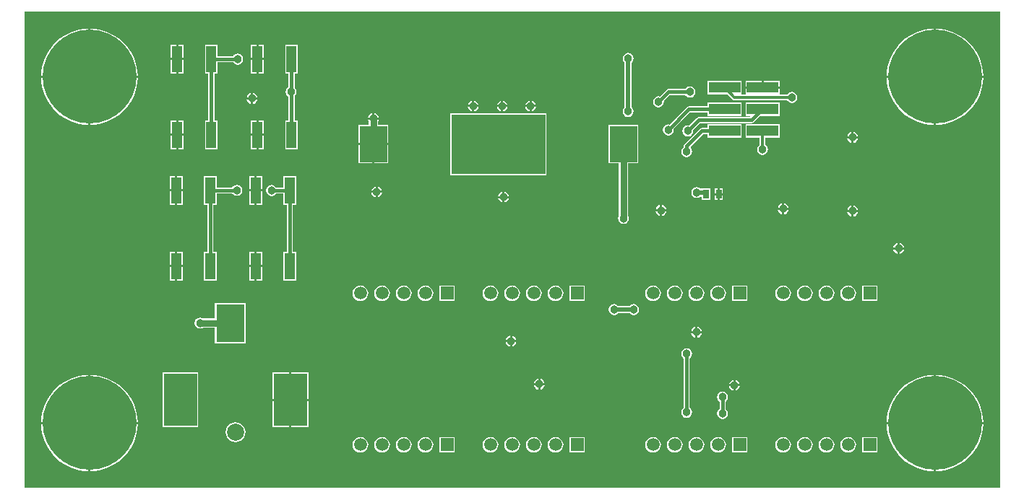
<source format=gbl>
%FSLAX25Y25*%
%MOIN*%
G70*
G01*
G75*
G04 Layer_Physical_Order=2*
G04 Layer_Color=16711680*
%ADD10R,0.03937X0.02756*%
%ADD11R,0.02756X0.03937*%
%ADD12R,0.09055X0.09055*%
%ADD13O,0.01378X0.07087*%
%ADD14R,0.01378X0.07087*%
%ADD15R,0.05000X0.07500*%
%ADD16R,0.11811X0.06299*%
%ADD17R,0.24410X0.22835*%
%ADD18R,0.02362X0.05906*%
%ADD19O,0.02165X0.06496*%
%ADD20O,0.06496X0.02165*%
%ADD21R,0.19685X0.05906*%
%ADD22C,0.03000*%
%ADD23C,0.01500*%
%ADD24C,0.02000*%
%ADD25C,0.01300*%
%ADD26C,0.07874*%
%ADD27R,0.05906X0.05906*%
%ADD28C,0.05906*%
%ADD29C,0.03800*%
%ADD30C,0.43307*%
%ADD31R,0.15354X0.24410*%
%ADD32R,0.12992X0.17323*%
%ADD33R,0.14500X0.05000*%
%ADD34R,0.43307X0.27559*%
%ADD35R,0.12598X0.16535*%
%ADD36R,0.04724X0.12205*%
G36*
X450000Y0D02*
X0D01*
Y220000D01*
X450000D01*
Y0D01*
D02*
G37*
%LPC*%
G36*
X235000Y93583D02*
X234073Y93461D01*
X233208Y93103D01*
X232466Y92534D01*
X231897Y91792D01*
X231539Y90927D01*
X231417Y90000D01*
X231539Y89073D01*
X231897Y88208D01*
X232466Y87466D01*
X233208Y86897D01*
X234073Y86539D01*
X235000Y86417D01*
X235927Y86539D01*
X236792Y86897D01*
X237534Y87466D01*
X238103Y88208D01*
X238461Y89073D01*
X238583Y90000D01*
X238461Y90927D01*
X238103Y91792D01*
X237534Y92534D01*
X236792Y93103D01*
X235927Y93461D01*
X235000Y93583D01*
D02*
G37*
G36*
X245000D02*
X244073Y93461D01*
X243208Y93103D01*
X242466Y92534D01*
X241897Y91792D01*
X241539Y90927D01*
X241417Y90000D01*
X241539Y89073D01*
X241897Y88208D01*
X242466Y87466D01*
X243208Y86897D01*
X244073Y86539D01*
X245000Y86417D01*
X245927Y86539D01*
X246792Y86897D01*
X247534Y87466D01*
X248103Y88208D01*
X248461Y89073D01*
X248583Y90000D01*
X248461Y90927D01*
X248103Y91792D01*
X247534Y92534D01*
X246792Y93103D01*
X245927Y93461D01*
X245000Y93583D01*
D02*
G37*
G36*
X225000D02*
X224073Y93461D01*
X223208Y93103D01*
X222466Y92534D01*
X221897Y91792D01*
X221539Y90927D01*
X221417Y90000D01*
X221539Y89073D01*
X221897Y88208D01*
X222466Y87466D01*
X223208Y86897D01*
X224073Y86539D01*
X225000Y86417D01*
X225927Y86539D01*
X226792Y86897D01*
X227534Y87466D01*
X228103Y88208D01*
X228461Y89073D01*
X228583Y90000D01*
X228461Y90927D01*
X228103Y91792D01*
X227534Y92534D01*
X226792Y93103D01*
X225927Y93461D01*
X225000Y93583D01*
D02*
G37*
G36*
X185000D02*
X184073Y93461D01*
X183208Y93103D01*
X182466Y92534D01*
X181897Y91792D01*
X181539Y90927D01*
X181417Y90000D01*
X181539Y89073D01*
X181897Y88208D01*
X182466Y87466D01*
X183208Y86897D01*
X184073Y86539D01*
X185000Y86417D01*
X185927Y86539D01*
X186792Y86897D01*
X187534Y87466D01*
X188103Y88208D01*
X188461Y89073D01*
X188583Y90000D01*
X188461Y90927D01*
X188103Y91792D01*
X187534Y92534D01*
X186792Y93103D01*
X185927Y93461D01*
X185000Y93583D01*
D02*
G37*
G36*
X215000D02*
X214073Y93461D01*
X213208Y93103D01*
X212466Y92534D01*
X211897Y91792D01*
X211539Y90927D01*
X211417Y90000D01*
X211539Y89073D01*
X211897Y88208D01*
X212466Y87466D01*
X213208Y86897D01*
X214073Y86539D01*
X215000Y86417D01*
X215927Y86539D01*
X216792Y86897D01*
X217534Y87466D01*
X218103Y88208D01*
X218461Y89073D01*
X218583Y90000D01*
X218461Y90927D01*
X218103Y91792D01*
X217534Y92534D01*
X216792Y93103D01*
X215927Y93461D01*
X215000Y93583D01*
D02*
G37*
G36*
X290000D02*
X289073Y93461D01*
X288208Y93103D01*
X287466Y92534D01*
X286897Y91792D01*
X286539Y90927D01*
X286417Y90000D01*
X286539Y89073D01*
X286897Y88208D01*
X287466Y87466D01*
X288208Y86897D01*
X289073Y86539D01*
X290000Y86417D01*
X290927Y86539D01*
X291792Y86897D01*
X292534Y87466D01*
X293103Y88208D01*
X293461Y89073D01*
X293583Y90000D01*
X293461Y90927D01*
X293103Y91792D01*
X292534Y92534D01*
X291792Y93103D01*
X290927Y93461D01*
X290000Y93583D01*
D02*
G37*
G36*
X350000D02*
X349073Y93461D01*
X348208Y93103D01*
X347466Y92534D01*
X346897Y91792D01*
X346539Y90927D01*
X346417Y90000D01*
X346539Y89073D01*
X346897Y88208D01*
X347466Y87466D01*
X348208Y86897D01*
X349073Y86539D01*
X350000Y86417D01*
X350927Y86539D01*
X351792Y86897D01*
X352534Y87466D01*
X353103Y88208D01*
X353461Y89073D01*
X353583Y90000D01*
X353461Y90927D01*
X353103Y91792D01*
X352534Y92534D01*
X351792Y93103D01*
X350927Y93461D01*
X350000Y93583D01*
D02*
G37*
G36*
X360000D02*
X359073Y93461D01*
X358208Y93103D01*
X357466Y92534D01*
X356897Y91792D01*
X356539Y90927D01*
X356417Y90000D01*
X356539Y89073D01*
X356897Y88208D01*
X357466Y87466D01*
X358208Y86897D01*
X359073Y86539D01*
X360000Y86417D01*
X360927Y86539D01*
X361792Y86897D01*
X362534Y87466D01*
X363103Y88208D01*
X363461Y89073D01*
X363583Y90000D01*
X363461Y90927D01*
X363103Y91792D01*
X362534Y92534D01*
X361792Y93103D01*
X360927Y93461D01*
X360000Y93583D01*
D02*
G37*
G36*
X320000D02*
X319073Y93461D01*
X318208Y93103D01*
X317466Y92534D01*
X316897Y91792D01*
X316539Y90927D01*
X316417Y90000D01*
X316539Y89073D01*
X316897Y88208D01*
X317466Y87466D01*
X318208Y86897D01*
X319073Y86539D01*
X320000Y86417D01*
X320927Y86539D01*
X321792Y86897D01*
X322534Y87466D01*
X323103Y88208D01*
X323461Y89073D01*
X323583Y90000D01*
X323461Y90927D01*
X323103Y91792D01*
X322534Y92534D01*
X321792Y93103D01*
X320927Y93461D01*
X320000Y93583D01*
D02*
G37*
G36*
X300000D02*
X299073Y93461D01*
X298208Y93103D01*
X297466Y92534D01*
X296897Y91792D01*
X296539Y90927D01*
X296417Y90000D01*
X296539Y89073D01*
X296897Y88208D01*
X297466Y87466D01*
X298208Y86897D01*
X299073Y86539D01*
X300000Y86417D01*
X300927Y86539D01*
X301792Y86897D01*
X302534Y87466D01*
X303103Y88208D01*
X303461Y89073D01*
X303583Y90000D01*
X303461Y90927D01*
X303103Y91792D01*
X302534Y92534D01*
X301792Y93103D01*
X300927Y93461D01*
X300000Y93583D01*
D02*
G37*
G36*
X310000D02*
X309073Y93461D01*
X308208Y93103D01*
X307466Y92534D01*
X306897Y91792D01*
X306539Y90927D01*
X306417Y90000D01*
X306539Y89073D01*
X306897Y88208D01*
X307466Y87466D01*
X308208Y86897D01*
X309073Y86539D01*
X310000Y86417D01*
X310927Y86539D01*
X311792Y86897D01*
X312534Y87466D01*
X313103Y88208D01*
X313461Y89073D01*
X313583Y90000D01*
X313461Y90927D01*
X313103Y91792D01*
X312534Y92534D01*
X311792Y93103D01*
X310927Y93461D01*
X310000Y93583D01*
D02*
G37*
G36*
X312450Y71500D02*
X310500D01*
Y69551D01*
X310976Y69645D01*
X311802Y70198D01*
X312355Y71025D01*
X312450Y71500D01*
D02*
G37*
G36*
X309500Y74449D02*
X309025Y74355D01*
X308198Y73802D01*
X307645Y72975D01*
X307551Y72500D01*
X309500D01*
Y74449D01*
D02*
G37*
G36*
Y71500D02*
X307551D01*
X307645Y71025D01*
X308198Y70198D01*
X309025Y69645D01*
X309500Y69551D01*
Y71500D01*
D02*
G37*
G36*
X223953Y70402D02*
X223477Y70308D01*
X222650Y69755D01*
X222098Y68928D01*
X222003Y68453D01*
X223953D01*
Y70402D01*
D02*
G37*
G36*
X224953D02*
Y68453D01*
X226902D01*
X226808Y68928D01*
X226255Y69755D01*
X225428Y70308D01*
X224953Y70402D01*
D02*
G37*
G36*
X310500Y74449D02*
Y72500D01*
X312450D01*
X312355Y72975D01*
X311802Y73802D01*
X310976Y74355D01*
X310500Y74449D01*
D02*
G37*
G36*
X165000Y93583D02*
X164073Y93461D01*
X163208Y93103D01*
X162466Y92534D01*
X161897Y91792D01*
X161539Y90927D01*
X161417Y90000D01*
X161539Y89073D01*
X161897Y88208D01*
X162466Y87466D01*
X163208Y86897D01*
X164073Y86539D01*
X165000Y86417D01*
X165927Y86539D01*
X166792Y86897D01*
X167534Y87466D01*
X168103Y88208D01*
X168461Y89073D01*
X168583Y90000D01*
X168461Y90927D01*
X168103Y91792D01*
X167534Y92534D01*
X166792Y93103D01*
X165927Y93461D01*
X165000Y93583D01*
D02*
G37*
G36*
X175000D02*
X174073Y93461D01*
X173208Y93103D01*
X172466Y92534D01*
X171897Y91792D01*
X171539Y90927D01*
X171417Y90000D01*
X171539Y89073D01*
X171897Y88208D01*
X172466Y87466D01*
X173208Y86897D01*
X174073Y86539D01*
X175000Y86417D01*
X175927Y86539D01*
X176792Y86897D01*
X177534Y87466D01*
X178103Y88208D01*
X178461Y89073D01*
X178583Y90000D01*
X178461Y90927D01*
X178103Y91792D01*
X177534Y92534D01*
X176792Y93103D01*
X175927Y93461D01*
X175000Y93583D01*
D02*
G37*
G36*
X155000D02*
X154073Y93461D01*
X153208Y93103D01*
X152466Y92534D01*
X151897Y91792D01*
X151539Y90927D01*
X151417Y90000D01*
X151539Y89073D01*
X151897Y88208D01*
X152466Y87466D01*
X153208Y86897D01*
X154073Y86539D01*
X155000Y86417D01*
X155927Y86539D01*
X156792Y86897D01*
X157534Y87466D01*
X158103Y88208D01*
X158461Y89073D01*
X158583Y90000D01*
X158461Y90927D01*
X158103Y91792D01*
X157534Y92534D01*
X156792Y93103D01*
X155927Y93461D01*
X155000Y93583D01*
D02*
G37*
G36*
X102072Y85505D02*
X87880D01*
Y78385D01*
X82295D01*
X81976Y78599D01*
X81000Y78793D01*
X80024Y78599D01*
X79198Y78047D01*
X78645Y77219D01*
X78451Y76244D01*
X78645Y75269D01*
X79198Y74442D01*
X80024Y73889D01*
X81000Y73695D01*
X81976Y73889D01*
X82295Y74103D01*
X87880D01*
Y66983D01*
X102072D01*
Y85505D01*
D02*
G37*
G36*
X281000Y85049D02*
X280025Y84855D01*
X279198Y84302D01*
X279083Y84131D01*
X273917D01*
X273802Y84302D01*
X272975Y84855D01*
X272000Y85049D01*
X271024Y84855D01*
X270198Y84302D01*
X269645Y83476D01*
X269451Y82500D01*
X269645Y81524D01*
X270198Y80698D01*
X271024Y80145D01*
X272000Y79951D01*
X272975Y80145D01*
X273802Y80698D01*
X273917Y80869D01*
X279083D01*
X279198Y80698D01*
X280025Y80145D01*
X281000Y79951D01*
X281976Y80145D01*
X282802Y80698D01*
X283355Y81524D01*
X283549Y82500D01*
X283355Y83476D01*
X282802Y84302D01*
X281976Y84855D01*
X281000Y85049D01*
D02*
G37*
G36*
X370000Y93583D02*
X369073Y93461D01*
X368208Y93103D01*
X367466Y92534D01*
X366897Y91792D01*
X366539Y90927D01*
X366417Y90000D01*
X366539Y89073D01*
X366897Y88208D01*
X367466Y87466D01*
X368208Y86897D01*
X369073Y86539D01*
X370000Y86417D01*
X370927Y86539D01*
X371792Y86897D01*
X372534Y87466D01*
X373103Y88208D01*
X373461Y89073D01*
X373583Y90000D01*
X373461Y90927D01*
X373103Y91792D01*
X372534Y92534D01*
X371792Y93103D01*
X370927Y93461D01*
X370000Y93583D01*
D02*
G37*
G36*
X405709Y110260D02*
X403760D01*
Y108310D01*
X404235Y108405D01*
X405062Y108957D01*
X405615Y109784D01*
X405709Y110260D01*
D02*
G37*
G36*
X402760Y113209D02*
X402284Y113115D01*
X401457Y112562D01*
X400905Y111735D01*
X400810Y111260D01*
X402760D01*
Y113209D01*
D02*
G37*
G36*
Y110260D02*
X400810D01*
X400905Y109784D01*
X401457Y108957D01*
X402284Y108405D01*
X402760Y108310D01*
Y110260D01*
D02*
G37*
G36*
X106186Y109238D02*
X103724D01*
Y103036D01*
X106186D01*
Y109238D01*
D02*
G37*
G36*
X109649D02*
X107186D01*
Y103036D01*
X109649D01*
Y109238D01*
D02*
G37*
G36*
X403760Y113209D02*
Y111260D01*
X405709D01*
X405615Y111735D01*
X405062Y112562D01*
X404235Y113115D01*
X403760Y113209D01*
D02*
G37*
G36*
X293185Y127815D02*
X291235D01*
X291330Y127339D01*
X291883Y126513D01*
X292710Y125960D01*
X293185Y125865D01*
Y127815D01*
D02*
G37*
G36*
X296135D02*
X294185D01*
Y125865D01*
X294660Y125960D01*
X295487Y126513D01*
X296040Y127339D01*
X296135Y127815D01*
D02*
G37*
G36*
X384450Y127500D02*
X382500D01*
Y125550D01*
X382976Y125645D01*
X383802Y126198D01*
X384355Y127024D01*
X384450Y127500D01*
D02*
G37*
G36*
X283198Y167765D02*
X269400D01*
Y150030D01*
X274158D01*
Y125941D01*
X273944Y125621D01*
X273750Y124646D01*
X273944Y123670D01*
X274497Y122843D01*
X275324Y122291D01*
X276299Y122097D01*
X277275Y122291D01*
X278102Y122843D01*
X278654Y123670D01*
X278848Y124646D01*
X278654Y125621D01*
X278440Y125941D01*
Y150030D01*
X283198D01*
Y167765D01*
D02*
G37*
G36*
X381500Y127500D02*
X379551D01*
X379645Y127024D01*
X380198Y126198D01*
X381025Y125645D01*
X381500Y125550D01*
Y127500D01*
D02*
G37*
G36*
X333553Y93553D02*
X326447D01*
Y86447D01*
X333553D01*
Y93553D01*
D02*
G37*
G36*
X393553D02*
X386447D01*
Y86447D01*
X393553D01*
Y93553D01*
D02*
G37*
G36*
X258553D02*
X251447D01*
Y86447D01*
X258553D01*
Y93553D01*
D02*
G37*
G36*
X380000Y93583D02*
X379073Y93461D01*
X378208Y93103D01*
X377466Y92534D01*
X376897Y91792D01*
X376539Y90927D01*
X376417Y90000D01*
X376539Y89073D01*
X376897Y88208D01*
X377466Y87466D01*
X378208Y86897D01*
X379073Y86539D01*
X380000Y86417D01*
X380927Y86539D01*
X381792Y86897D01*
X382534Y87466D01*
X383103Y88208D01*
X383461Y89073D01*
X383583Y90000D01*
X383461Y90927D01*
X383103Y91792D01*
X382534Y92534D01*
X381792Y93103D01*
X380927Y93461D01*
X380000Y93583D01*
D02*
G37*
G36*
X198553Y93553D02*
X191447D01*
Y86447D01*
X198553D01*
Y93553D01*
D02*
G37*
G36*
X69572Y102036D02*
X67110D01*
Y95833D01*
X69572D01*
Y102036D01*
D02*
G37*
G36*
Y109238D02*
X67110D01*
Y103036D01*
X69572D01*
Y109238D01*
D02*
G37*
G36*
X73035D02*
X70572D01*
Y103036D01*
X73035D01*
Y109238D01*
D02*
G37*
G36*
X109649Y102036D02*
X107186D01*
Y95833D01*
X109649D01*
Y102036D01*
D02*
G37*
G36*
X73035D02*
X70572D01*
Y95833D01*
X73035D01*
Y102036D01*
D02*
G37*
G36*
X106186D02*
X103724D01*
Y95833D01*
X106186D01*
Y102036D01*
D02*
G37*
G36*
X226902Y67453D02*
X224953D01*
Y65503D01*
X225428Y65598D01*
X226255Y66150D01*
X226808Y66977D01*
X226902Y67453D01*
D02*
G37*
G36*
X310000Y23583D02*
X309073Y23461D01*
X308208Y23103D01*
X307466Y22534D01*
X306897Y21792D01*
X306539Y20927D01*
X306417Y20000D01*
X306539Y19073D01*
X306897Y18208D01*
X307466Y17466D01*
X308208Y16897D01*
X309073Y16539D01*
X310000Y16417D01*
X310927Y16539D01*
X311792Y16897D01*
X312534Y17466D01*
X313103Y18208D01*
X313461Y19073D01*
X313583Y20000D01*
X313461Y20927D01*
X313103Y21792D01*
X312534Y22534D01*
X311792Y23103D01*
X310927Y23461D01*
X310000Y23583D01*
D02*
G37*
G36*
X320000D02*
X319073Y23461D01*
X318208Y23103D01*
X317466Y22534D01*
X316897Y21792D01*
X316539Y20927D01*
X316417Y20000D01*
X316539Y19073D01*
X316897Y18208D01*
X317466Y17466D01*
X318208Y16897D01*
X319073Y16539D01*
X320000Y16417D01*
X320927Y16539D01*
X321792Y16897D01*
X322534Y17466D01*
X323103Y18208D01*
X323461Y19073D01*
X323583Y20000D01*
X323461Y20927D01*
X323103Y21792D01*
X322534Y22534D01*
X321792Y23103D01*
X320927Y23461D01*
X320000Y23583D01*
D02*
G37*
G36*
X300000D02*
X299073Y23461D01*
X298208Y23103D01*
X297466Y22534D01*
X296897Y21792D01*
X296539Y20927D01*
X296417Y20000D01*
X296539Y19073D01*
X296897Y18208D01*
X297466Y17466D01*
X298208Y16897D01*
X299073Y16539D01*
X300000Y16417D01*
X300927Y16539D01*
X301792Y16897D01*
X302534Y17466D01*
X303103Y18208D01*
X303461Y19073D01*
X303583Y20000D01*
X303461Y20927D01*
X303103Y21792D01*
X302534Y22534D01*
X301792Y23103D01*
X300927Y23461D01*
X300000Y23583D01*
D02*
G37*
G36*
X245000D02*
X244073Y23461D01*
X243208Y23103D01*
X242466Y22534D01*
X241897Y21792D01*
X241539Y20927D01*
X241417Y20000D01*
X241539Y19073D01*
X241897Y18208D01*
X242466Y17466D01*
X243208Y16897D01*
X244073Y16539D01*
X245000Y16417D01*
X245927Y16539D01*
X246792Y16897D01*
X247534Y17466D01*
X248103Y18208D01*
X248461Y19073D01*
X248583Y20000D01*
X248461Y20927D01*
X248103Y21792D01*
X247534Y22534D01*
X246792Y23103D01*
X245927Y23461D01*
X245000Y23583D01*
D02*
G37*
G36*
X290000D02*
X289073Y23461D01*
X288208Y23103D01*
X287466Y22534D01*
X286897Y21792D01*
X286539Y20927D01*
X286417Y20000D01*
X286539Y19073D01*
X286897Y18208D01*
X287466Y17466D01*
X288208Y16897D01*
X289073Y16539D01*
X290000Y16417D01*
X290927Y16539D01*
X291792Y16897D01*
X292534Y17466D01*
X293103Y18208D01*
X293461Y19073D01*
X293583Y20000D01*
X293461Y20927D01*
X293103Y21792D01*
X292534Y22534D01*
X291792Y23103D01*
X290927Y23461D01*
X290000Y23583D01*
D02*
G37*
G36*
X350000D02*
X349073Y23461D01*
X348208Y23103D01*
X347466Y22534D01*
X346897Y21792D01*
X346539Y20927D01*
X346417Y20000D01*
X346539Y19073D01*
X346897Y18208D01*
X347466Y17466D01*
X348208Y16897D01*
X349073Y16539D01*
X350000Y16417D01*
X350927Y16539D01*
X351792Y16897D01*
X352534Y17466D01*
X353103Y18208D01*
X353461Y19073D01*
X353583Y20000D01*
X353461Y20927D01*
X353103Y21792D01*
X352534Y22534D01*
X351792Y23103D01*
X350927Y23461D01*
X350000Y23583D01*
D02*
G37*
G36*
X198553Y23553D02*
X191447D01*
Y16447D01*
X198553D01*
Y23553D01*
D02*
G37*
G36*
X258553D02*
X251447D01*
Y16447D01*
X258553D01*
Y23553D01*
D02*
G37*
G36*
X380000Y23583D02*
X379073Y23461D01*
X378208Y23103D01*
X377466Y22534D01*
X376897Y21792D01*
X376539Y20927D01*
X376417Y20000D01*
X376539Y19073D01*
X376897Y18208D01*
X377466Y17466D01*
X378208Y16897D01*
X379073Y16539D01*
X380000Y16417D01*
X380927Y16539D01*
X381792Y16897D01*
X382534Y17466D01*
X383103Y18208D01*
X383461Y19073D01*
X383583Y20000D01*
X383461Y20927D01*
X383103Y21792D01*
X382534Y22534D01*
X381792Y23103D01*
X380927Y23461D01*
X380000Y23583D01*
D02*
G37*
G36*
X360000D02*
X359073Y23461D01*
X358208Y23103D01*
X357466Y22534D01*
X356897Y21792D01*
X356539Y20927D01*
X356417Y20000D01*
X356539Y19073D01*
X356897Y18208D01*
X357466Y17466D01*
X358208Y16897D01*
X359073Y16539D01*
X360000Y16417D01*
X360927Y16539D01*
X361792Y16897D01*
X362534Y17466D01*
X363103Y18208D01*
X363461Y19073D01*
X363583Y20000D01*
X363461Y20927D01*
X363103Y21792D01*
X362534Y22534D01*
X361792Y23103D01*
X360927Y23461D01*
X360000Y23583D01*
D02*
G37*
G36*
X370000D02*
X369073Y23461D01*
X368208Y23103D01*
X367466Y22534D01*
X366897Y21792D01*
X366539Y20927D01*
X366417Y20000D01*
X366539Y19073D01*
X366897Y18208D01*
X367466Y17466D01*
X368208Y16897D01*
X369073Y16539D01*
X370000Y16417D01*
X370927Y16539D01*
X371792Y16897D01*
X372534Y17466D01*
X373103Y18208D01*
X373461Y19073D01*
X373583Y20000D01*
X373461Y20927D01*
X373103Y21792D01*
X372534Y22534D01*
X371792Y23103D01*
X370927Y23461D01*
X370000Y23583D01*
D02*
G37*
G36*
X442269Y29500D02*
X420500D01*
Y7732D01*
X422911Y7890D01*
X425772Y8459D01*
X428534Y9396D01*
X431151Y10687D01*
X433576Y12307D01*
X435769Y14231D01*
X437693Y16424D01*
X439314Y18849D01*
X440604Y21466D01*
X441541Y24228D01*
X442110Y27089D01*
X442269Y29500D01*
D02*
G37*
G36*
X155000Y23583D02*
X154073Y23461D01*
X153208Y23103D01*
X152466Y22534D01*
X151897Y21792D01*
X151539Y20927D01*
X151417Y20000D01*
X151539Y19073D01*
X151897Y18208D01*
X152466Y17466D01*
X153208Y16897D01*
X154073Y16539D01*
X155000Y16417D01*
X155927Y16539D01*
X156792Y16897D01*
X157534Y17466D01*
X158103Y18208D01*
X158461Y19073D01*
X158583Y20000D01*
X158461Y20927D01*
X158103Y21792D01*
X157534Y22534D01*
X156792Y23103D01*
X155927Y23461D01*
X155000Y23583D01*
D02*
G37*
G36*
X419500Y29500D02*
X397731D01*
X397889Y27089D01*
X398459Y24228D01*
X399396Y21466D01*
X400687Y18849D01*
X402307Y16424D01*
X404231Y14231D01*
X406424Y12307D01*
X408849Y10687D01*
X411466Y9396D01*
X414228Y8459D01*
X417089Y7890D01*
X419500Y7732D01*
Y29500D01*
D02*
G37*
G36*
X29500D02*
X7732D01*
X7890Y27089D01*
X8459Y24228D01*
X9396Y21466D01*
X10687Y18849D01*
X12307Y16424D01*
X14231Y14231D01*
X16424Y12307D01*
X18849Y10687D01*
X21466Y9396D01*
X24228Y8459D01*
X27089Y7890D01*
X29500Y7732D01*
Y29500D01*
D02*
G37*
G36*
X52268D02*
X30500D01*
Y7732D01*
X32911Y7890D01*
X35772Y8459D01*
X38534Y9396D01*
X41151Y10687D01*
X43576Y12307D01*
X45769Y14231D01*
X47693Y16424D01*
X49314Y18849D01*
X50604Y21466D01*
X51541Y24228D01*
X52110Y27089D01*
X52268Y29500D01*
D02*
G37*
G36*
X165000Y23583D02*
X164073Y23461D01*
X163208Y23103D01*
X162466Y22534D01*
X161897Y21792D01*
X161539Y20927D01*
X161417Y20000D01*
X161539Y19073D01*
X161897Y18208D01*
X162466Y17466D01*
X163208Y16897D01*
X164073Y16539D01*
X165000Y16417D01*
X165927Y16539D01*
X166792Y16897D01*
X167534Y17466D01*
X168103Y18208D01*
X168461Y19073D01*
X168583Y20000D01*
X168461Y20927D01*
X168103Y21792D01*
X167534Y22534D01*
X166792Y23103D01*
X165927Y23461D01*
X165000Y23583D01*
D02*
G37*
G36*
X225000D02*
X224073Y23461D01*
X223208Y23103D01*
X222466Y22534D01*
X221897Y21792D01*
X221539Y20927D01*
X221417Y20000D01*
X221539Y19073D01*
X221897Y18208D01*
X222466Y17466D01*
X223208Y16897D01*
X224073Y16539D01*
X225000Y16417D01*
X225927Y16539D01*
X226792Y16897D01*
X227534Y17466D01*
X228103Y18208D01*
X228461Y19073D01*
X228583Y20000D01*
X228461Y20927D01*
X228103Y21792D01*
X227534Y22534D01*
X226792Y23103D01*
X225927Y23461D01*
X225000Y23583D01*
D02*
G37*
G36*
X235000D02*
X234073Y23461D01*
X233208Y23103D01*
X232466Y22534D01*
X231897Y21792D01*
X231539Y20927D01*
X231417Y20000D01*
X231539Y19073D01*
X231897Y18208D01*
X232466Y17466D01*
X233208Y16897D01*
X234073Y16539D01*
X235000Y16417D01*
X235927Y16539D01*
X236792Y16897D01*
X237534Y17466D01*
X238103Y18208D01*
X238461Y19073D01*
X238583Y20000D01*
X238461Y20927D01*
X238103Y21792D01*
X237534Y22534D01*
X236792Y23103D01*
X235927Y23461D01*
X235000Y23583D01*
D02*
G37*
G36*
X215000D02*
X214073Y23461D01*
X213208Y23103D01*
X212466Y22534D01*
X211897Y21792D01*
X211539Y20927D01*
X211417Y20000D01*
X211539Y19073D01*
X211897Y18208D01*
X212466Y17466D01*
X213208Y16897D01*
X214073Y16539D01*
X215000Y16417D01*
X215927Y16539D01*
X216792Y16897D01*
X217534Y17466D01*
X218103Y18208D01*
X218461Y19073D01*
X218583Y20000D01*
X218461Y20927D01*
X218103Y21792D01*
X217534Y22534D01*
X216792Y23103D01*
X215927Y23461D01*
X215000Y23583D01*
D02*
G37*
G36*
X175000D02*
X174073Y23461D01*
X173208Y23103D01*
X172466Y22534D01*
X171897Y21792D01*
X171539Y20927D01*
X171417Y20000D01*
X171539Y19073D01*
X171897Y18208D01*
X172466Y17466D01*
X173208Y16897D01*
X174073Y16539D01*
X175000Y16417D01*
X175927Y16539D01*
X176792Y16897D01*
X177534Y17466D01*
X178103Y18208D01*
X178461Y19073D01*
X178583Y20000D01*
X178461Y20927D01*
X178103Y21792D01*
X177534Y22534D01*
X176792Y23103D01*
X175927Y23461D01*
X175000Y23583D01*
D02*
G37*
G36*
X185000D02*
X184073Y23461D01*
X183208Y23103D01*
X182466Y22534D01*
X181897Y21792D01*
X181539Y20927D01*
X181417Y20000D01*
X181539Y19073D01*
X181897Y18208D01*
X182466Y17466D01*
X183208Y16897D01*
X184073Y16539D01*
X185000Y16417D01*
X185927Y16539D01*
X186792Y16897D01*
X187534Y17466D01*
X188103Y18208D01*
X188461Y19073D01*
X188583Y20000D01*
X188461Y20927D01*
X188103Y21792D01*
X187534Y22534D01*
X186792Y23103D01*
X185927Y23461D01*
X185000Y23583D01*
D02*
G37*
G36*
X333553Y23553D02*
X326447D01*
Y16447D01*
X333553D01*
Y23553D01*
D02*
G37*
G36*
X329949Y47000D02*
X328000D01*
Y45050D01*
X328475Y45145D01*
X329302Y45698D01*
X329855Y46525D01*
X329949Y47000D01*
D02*
G37*
G36*
X237000Y47500D02*
X235051D01*
X235145Y47025D01*
X235698Y46198D01*
X236525Y45645D01*
X237000Y45551D01*
Y47500D01*
D02*
G37*
G36*
X327000Y47000D02*
X325050D01*
X325145Y46525D01*
X325698Y45698D01*
X326524Y45145D01*
X327000Y45050D01*
Y47000D01*
D02*
G37*
G36*
X122232Y53616D02*
X114455D01*
Y41311D01*
X122232D01*
Y53616D01*
D02*
G37*
G36*
X131009D02*
X123232D01*
Y41311D01*
X131009D01*
Y53616D01*
D02*
G37*
G36*
X239949Y47500D02*
X238000D01*
Y45551D01*
X238475Y45645D01*
X239302Y46198D01*
X239855Y47025D01*
X239949Y47500D01*
D02*
G37*
G36*
X238000Y50450D02*
Y48500D01*
X239949D01*
X239855Y48976D01*
X239302Y49802D01*
X238475Y50355D01*
X238000Y50450D01*
D02*
G37*
G36*
X223953Y67453D02*
X222003D01*
X222098Y66977D01*
X222650Y66150D01*
X223477Y65598D01*
X223953Y65503D01*
Y67453D01*
D02*
G37*
G36*
X237000Y50450D02*
X236525Y50355D01*
X235698Y49802D01*
X235145Y48976D01*
X235051Y48500D01*
X237000D01*
Y50450D01*
D02*
G37*
G36*
X327000Y49949D02*
X326524Y49855D01*
X325698Y49302D01*
X325145Y48476D01*
X325050Y48000D01*
X327000D01*
Y49949D01*
D02*
G37*
G36*
X328000D02*
Y48000D01*
X329949D01*
X329855Y48476D01*
X329302Y49302D01*
X328475Y49855D01*
X328000Y49949D01*
D02*
G37*
G36*
X122232Y40311D02*
X114455D01*
Y28006D01*
X122232D01*
Y40311D01*
D02*
G37*
G36*
X131009D02*
X123232D01*
Y28006D01*
X131009D01*
Y40311D01*
D02*
G37*
G36*
X80222Y53616D02*
X63668D01*
Y28006D01*
X80222D01*
Y53616D01*
D02*
G37*
G36*
X393553Y23553D02*
X386447D01*
Y16447D01*
X393553D01*
Y23553D01*
D02*
G37*
G36*
X97339Y30426D02*
X96154Y30271D01*
X95051Y29814D01*
X94103Y29086D01*
X93375Y28139D01*
X92918Y27035D01*
X92762Y25850D01*
X92918Y24666D01*
X93375Y23562D01*
X94103Y22615D01*
X95051Y21887D01*
X96154Y21430D01*
X97339Y21274D01*
X98523Y21430D01*
X99627Y21887D01*
X100574Y22615D01*
X101302Y23562D01*
X101759Y24666D01*
X101915Y25850D01*
X101759Y27035D01*
X101302Y28139D01*
X100574Y29086D01*
X99627Y29814D01*
X98523Y30271D01*
X97339Y30426D01*
D02*
G37*
G36*
X29500Y52268D02*
X27089Y52110D01*
X24228Y51541D01*
X21466Y50604D01*
X18849Y49314D01*
X16424Y47693D01*
X14231Y45769D01*
X12307Y43576D01*
X10687Y41151D01*
X9396Y38534D01*
X8459Y35772D01*
X7890Y32911D01*
X7732Y30500D01*
X29500D01*
Y52268D01*
D02*
G37*
G36*
X322000Y44549D02*
X321024Y44355D01*
X320198Y43802D01*
X319645Y42976D01*
X319451Y42000D01*
X319645Y41025D01*
X320198Y40198D01*
X320623Y39913D01*
Y36587D01*
X320198Y36302D01*
X319645Y35476D01*
X319451Y34500D01*
X319645Y33525D01*
X320198Y32698D01*
X321024Y32145D01*
X322000Y31951D01*
X322975Y32145D01*
X323802Y32698D01*
X324355Y33525D01*
X324549Y34500D01*
X324355Y35476D01*
X323802Y36302D01*
X323376Y36587D01*
Y39913D01*
X323802Y40198D01*
X324355Y41025D01*
X324549Y42000D01*
X324355Y42976D01*
X323802Y43802D01*
X322975Y44355D01*
X322000Y44549D01*
D02*
G37*
G36*
X305500Y64549D02*
X304524Y64355D01*
X303698Y63802D01*
X303145Y62976D01*
X302951Y62000D01*
X303145Y61024D01*
X303698Y60198D01*
X304123Y59913D01*
Y37087D01*
X303698Y36802D01*
X303145Y35976D01*
X302951Y35000D01*
X303145Y34025D01*
X303698Y33198D01*
X304524Y32645D01*
X305500Y32451D01*
X306475Y32645D01*
X307302Y33198D01*
X307855Y34025D01*
X308049Y35000D01*
X307855Y35976D01*
X307302Y36802D01*
X306876Y37087D01*
Y59913D01*
X307302Y60198D01*
X307855Y61024D01*
X308049Y62000D01*
X307855Y62976D01*
X307302Y63802D01*
X306475Y64355D01*
X305500Y64549D01*
D02*
G37*
G36*
X420500Y52268D02*
Y30500D01*
X442269D01*
X442110Y32911D01*
X441541Y35772D01*
X440604Y38534D01*
X439314Y41151D01*
X437693Y43576D01*
X435769Y45769D01*
X433576Y47693D01*
X431151Y49314D01*
X428534Y50604D01*
X425772Y51541D01*
X422911Y52110D01*
X420500Y52268D01*
D02*
G37*
G36*
X30500D02*
Y30500D01*
X52268D01*
X52110Y32911D01*
X51541Y35772D01*
X50604Y38534D01*
X49314Y41151D01*
X47693Y43576D01*
X45769Y45769D01*
X43576Y47693D01*
X41151Y49314D01*
X38534Y50604D01*
X35772Y51541D01*
X32911Y52110D01*
X30500Y52268D01*
D02*
G37*
G36*
X419500D02*
X417089Y52110D01*
X414228Y51541D01*
X411466Y50604D01*
X408849Y49314D01*
X406424Y47693D01*
X404231Y45769D01*
X402307Y43576D01*
X400687Y41151D01*
X399396Y38534D01*
X398459Y35772D01*
X397889Y32911D01*
X397731Y30500D01*
X419500D01*
Y52268D01*
D02*
G37*
G36*
X219894Y176000D02*
X217944D01*
X218039Y175524D01*
X218591Y174698D01*
X219418Y174145D01*
X219894Y174050D01*
Y176000D01*
D02*
G37*
G36*
X222843D02*
X220894D01*
Y174050D01*
X221369Y174145D01*
X222196Y174698D01*
X222749Y175524D01*
X222843Y176000D01*
D02*
G37*
G36*
X209450D02*
X207500D01*
Y174050D01*
X207976Y174145D01*
X208802Y174698D01*
X209355Y175524D01*
X209450Y176000D01*
D02*
G37*
G36*
X330850Y178100D02*
X315150D01*
Y176376D01*
X306500D01*
X305973Y176272D01*
X305527Y175973D01*
X297502Y167949D01*
X297000Y168049D01*
X296024Y167855D01*
X295198Y167302D01*
X294645Y166475D01*
X294451Y165500D01*
X294645Y164524D01*
X295198Y163698D01*
X296024Y163145D01*
X297000Y162951D01*
X297975Y163145D01*
X298802Y163698D01*
X299355Y164524D01*
X299549Y165500D01*
X299449Y166002D01*
X307070Y173624D01*
X315150D01*
Y171900D01*
X330850D01*
Y178100D01*
D02*
G37*
G36*
X206500Y176000D02*
X204551D01*
X204645Y175524D01*
X205198Y174698D01*
X206025Y174145D01*
X206500Y174050D01*
Y176000D01*
D02*
G37*
G36*
X233000D02*
X231050D01*
X231145Y175524D01*
X231698Y174698D01*
X232524Y174145D01*
X233000Y174050D01*
Y176000D01*
D02*
G37*
G36*
X219894Y178949D02*
X219418Y178855D01*
X218591Y178302D01*
X218039Y177476D01*
X217944Y177000D01*
X219894D01*
Y178949D01*
D02*
G37*
G36*
X220894D02*
Y177000D01*
X222843D01*
X222749Y177476D01*
X222196Y178302D01*
X221369Y178855D01*
X220894Y178949D01*
D02*
G37*
G36*
X207500D02*
Y177000D01*
X209450D01*
X209355Y177476D01*
X208802Y178302D01*
X207976Y178855D01*
X207500Y178949D01*
D02*
G37*
G36*
X235949Y176000D02*
X234000D01*
Y174050D01*
X234475Y174145D01*
X235302Y174698D01*
X235855Y175524D01*
X235949Y176000D01*
D02*
G37*
G36*
X206500Y178949D02*
X206025Y178855D01*
X205198Y178302D01*
X204645Y177476D01*
X204551Y177000D01*
X206500D01*
Y178949D01*
D02*
G37*
G36*
X278500Y201049D02*
X277524Y200855D01*
X276698Y200302D01*
X276145Y199476D01*
X275951Y198500D01*
X276145Y197524D01*
X276698Y196698D01*
X276869Y196583D01*
Y175917D01*
X276698Y175802D01*
X276145Y174976D01*
X275951Y174000D01*
X276145Y173024D01*
X276698Y172198D01*
X277524Y171645D01*
X278500Y171451D01*
X279475Y171645D01*
X280302Y172198D01*
X280855Y173024D01*
X281049Y174000D01*
X280855Y174976D01*
X280302Y175802D01*
X280131Y175917D01*
Y196583D01*
X280302Y196698D01*
X280855Y197524D01*
X281049Y198500D01*
X280855Y199476D01*
X280302Y200302D01*
X279475Y200855D01*
X278500Y201049D01*
D02*
G37*
G36*
X110436Y169868D02*
X107974D01*
Y163666D01*
X110436D01*
Y169868D01*
D02*
G37*
G36*
X29500Y189500D02*
X7732D01*
X7890Y187089D01*
X8459Y184228D01*
X9396Y181466D01*
X10687Y178849D01*
X12307Y176424D01*
X14231Y174231D01*
X16424Y172307D01*
X18849Y170686D01*
X21466Y169396D01*
X24228Y168459D01*
X27089Y167889D01*
X29500Y167731D01*
Y189500D01*
D02*
G37*
G36*
X106974Y169868D02*
X104512D01*
Y163666D01*
X106974D01*
Y169868D01*
D02*
G37*
G36*
X69966D02*
X67504D01*
Y163666D01*
X69966D01*
Y169868D01*
D02*
G37*
G36*
X73428D02*
X70966D01*
Y163666D01*
X73428D01*
Y169868D01*
D02*
G37*
G36*
X52268Y189500D02*
X30500D01*
Y167731D01*
X32911Y167889D01*
X35772Y168459D01*
X38534Y169396D01*
X41151Y170686D01*
X43576Y172307D01*
X45769Y174231D01*
X47693Y176424D01*
X49314Y178849D01*
X50604Y181466D01*
X51541Y184228D01*
X52110Y187089D01*
X52268Y189500D01*
D02*
G37*
G36*
X161445Y173158D02*
Y171209D01*
X163394D01*
X163300Y171684D01*
X162747Y172511D01*
X161920Y173064D01*
X161445Y173158D01*
D02*
G37*
G36*
X348350Y178100D02*
X332650D01*
Y171900D01*
X334800D01*
X334845Y171792D01*
X334567Y171376D01*
X311000D01*
X311000Y171377D01*
X310473Y171272D01*
X310027Y170973D01*
X306502Y167449D01*
X306000Y167549D01*
X305025Y167355D01*
X304198Y166802D01*
X303645Y165975D01*
X303451Y165000D01*
X303645Y164024D01*
X304198Y163198D01*
X305025Y162645D01*
X306000Y162451D01*
X306976Y162645D01*
X307802Y163198D01*
X308355Y164024D01*
X308549Y165000D01*
X308449Y165502D01*
X311570Y168624D01*
X335500D01*
X336027Y168728D01*
X336473Y169027D01*
X339347Y171900D01*
X348350D01*
Y178100D01*
D02*
G37*
G36*
X160445Y173158D02*
X159969Y173064D01*
X159142Y172511D01*
X158590Y171684D01*
X158495Y171209D01*
X160445D01*
Y173158D01*
D02*
G37*
G36*
X419500Y189500D02*
X397731D01*
X397889Y187089D01*
X398459Y184228D01*
X399396Y181466D01*
X400687Y178849D01*
X402307Y176424D01*
X404231Y174231D01*
X406424Y172307D01*
X408849Y170686D01*
X411466Y169396D01*
X414228Y168459D01*
X417089Y167889D01*
X419500Y167731D01*
Y189500D01*
D02*
G37*
G36*
X442269D02*
X420500D01*
Y167731D01*
X422911Y167889D01*
X425772Y168459D01*
X428534Y169396D01*
X431151Y170686D01*
X433576Y172307D01*
X435769Y174231D01*
X437693Y176424D01*
X439314Y178849D01*
X440604Y181466D01*
X441541Y184228D01*
X442110Y187089D01*
X442269Y189500D01*
D02*
G37*
G36*
X73428Y197705D02*
X70966D01*
Y191503D01*
X73428D01*
Y197705D01*
D02*
G37*
G36*
X106974D02*
X104512D01*
Y191503D01*
X106974D01*
Y197705D01*
D02*
G37*
G36*
X69966D02*
X67504D01*
Y191503D01*
X69966D01*
Y197705D01*
D02*
G37*
G36*
X419500Y212268D02*
X417089Y212110D01*
X414228Y211541D01*
X411466Y210604D01*
X408849Y209314D01*
X406424Y207693D01*
X404231Y205769D01*
X402307Y203576D01*
X400687Y201151D01*
X399396Y198534D01*
X398459Y195772D01*
X397889Y192911D01*
X397731Y190500D01*
X419500D01*
Y212268D01*
D02*
G37*
G36*
X420500D02*
Y190500D01*
X442269D01*
X442110Y192911D01*
X441541Y195772D01*
X440604Y198534D01*
X439314Y201151D01*
X437693Y203576D01*
X435769Y205769D01*
X433576Y207693D01*
X431151Y209314D01*
X428534Y210604D01*
X425772Y211541D01*
X422911Y212110D01*
X420500Y212268D01*
D02*
G37*
G36*
X110436Y197705D02*
X107974D01*
Y191503D01*
X110436D01*
Y197705D01*
D02*
G37*
G36*
X106974Y204907D02*
X104512D01*
Y198705D01*
X106974D01*
Y204907D01*
D02*
G37*
G36*
X110436D02*
X107974D01*
Y198705D01*
X110436D01*
Y204907D01*
D02*
G37*
G36*
X73428D02*
X70966D01*
Y198705D01*
X73428D01*
Y204907D01*
D02*
G37*
G36*
X89176D02*
X83252D01*
Y191503D01*
X84838D01*
Y169868D01*
X83252D01*
Y156463D01*
X89176D01*
Y169868D01*
X87591D01*
Y191503D01*
X89176D01*
Y196828D01*
X96268D01*
X96552Y196403D01*
X97379Y195850D01*
X98355Y195656D01*
X99330Y195850D01*
X100157Y196403D01*
X100710Y197230D01*
X100904Y198205D01*
X100710Y199180D01*
X100157Y200007D01*
X99330Y200560D01*
X98355Y200754D01*
X97379Y200560D01*
X96552Y200007D01*
X96268Y199581D01*
X89176D01*
Y204907D01*
D02*
G37*
G36*
X69966D02*
X67504D01*
Y198705D01*
X69966D01*
Y204907D01*
D02*
G37*
G36*
X30500Y212268D02*
Y190500D01*
X52268D01*
X52110Y192911D01*
X51541Y195772D01*
X50604Y198534D01*
X49314Y201151D01*
X47693Y203576D01*
X45769Y205769D01*
X43576Y207693D01*
X41151Y209314D01*
X38534Y210604D01*
X35772Y211541D01*
X32911Y212110D01*
X30500Y212268D01*
D02*
G37*
G36*
X107449Y179500D02*
X105500D01*
Y177550D01*
X105975Y177645D01*
X106802Y178198D01*
X107355Y179025D01*
X107449Y179500D01*
D02*
G37*
G36*
X330850Y188100D02*
X315150D01*
Y181900D01*
X324298D01*
X326599Y179599D01*
X327012Y179323D01*
X327500Y179226D01*
X351845D01*
X352198Y178698D01*
X353025Y178145D01*
X354000Y177951D01*
X354976Y178145D01*
X355802Y178698D01*
X356355Y179525D01*
X356549Y180500D01*
X356355Y181475D01*
X355802Y182302D01*
X354976Y182855D01*
X354000Y183049D01*
X353025Y182855D01*
X352198Y182302D01*
X351845Y181774D01*
X348476D01*
X348350Y181900D01*
X348350Y182128D01*
X348350Y182128D01*
X348350D01*
Y184500D01*
X332650D01*
Y182128D01*
X332650Y182128D01*
X332650D01*
X332650Y181900D01*
X332524Y181774D01*
X330850D01*
Y181900D01*
X330850D01*
Y188100D01*
D02*
G37*
G36*
X104500Y179500D02*
X102550D01*
X102645Y179025D01*
X103198Y178198D01*
X104025Y177645D01*
X104500Y177550D01*
Y179500D01*
D02*
G37*
G36*
X233000Y178949D02*
X232524Y178855D01*
X231698Y178302D01*
X231145Y177476D01*
X231050Y177000D01*
X233000D01*
Y178949D01*
D02*
G37*
G36*
X234000D02*
Y177000D01*
X235949D01*
X235855Y177476D01*
X235302Y178302D01*
X234475Y178855D01*
X234000Y178949D01*
D02*
G37*
G36*
X307000Y185549D02*
X306025Y185355D01*
X305198Y184802D01*
X304913Y184376D01*
X297000D01*
X296473Y184272D01*
X296027Y183973D01*
X293002Y180949D01*
X292500Y181049D01*
X291525Y180855D01*
X290698Y180302D01*
X290145Y179475D01*
X289951Y178500D01*
X290145Y177524D01*
X290698Y176698D01*
X291525Y176145D01*
X292500Y175951D01*
X293476Y176145D01*
X294302Y176698D01*
X294855Y177524D01*
X295049Y178500D01*
X294949Y179002D01*
X297570Y181624D01*
X304913D01*
X305198Y181198D01*
X306025Y180645D01*
X307000Y180451D01*
X307976Y180645D01*
X308802Y181198D01*
X309355Y182025D01*
X309549Y183000D01*
X309355Y183976D01*
X308802Y184802D01*
X307976Y185355D01*
X307000Y185549D01*
D02*
G37*
G36*
X348350Y188100D02*
X341000D01*
Y185500D01*
X348350D01*
Y188100D01*
D02*
G37*
G36*
X29500Y212268D02*
X27089Y212110D01*
X24228Y211541D01*
X21466Y210604D01*
X18849Y209314D01*
X16424Y207693D01*
X14231Y205769D01*
X12307Y203576D01*
X10687Y201151D01*
X9396Y198534D01*
X8459Y195772D01*
X7890Y192911D01*
X7732Y190500D01*
X29500D01*
Y212268D01*
D02*
G37*
G36*
X340000Y188100D02*
X332650D01*
Y185500D01*
X340000D01*
Y188100D01*
D02*
G37*
G36*
X104500Y182449D02*
X104025Y182355D01*
X103198Y181802D01*
X102645Y180975D01*
X102550Y180500D01*
X104500D01*
Y182449D01*
D02*
G37*
G36*
X105500D02*
Y180500D01*
X107449D01*
X107355Y180975D01*
X106802Y181802D01*
X105975Y182355D01*
X105500Y182449D01*
D02*
G37*
G36*
X319760Y135311D02*
X318282D01*
Y133242D01*
X319760D01*
Y135311D01*
D02*
G37*
G36*
X322238D02*
X320760D01*
Y133242D01*
X322238D01*
Y135311D01*
D02*
G37*
G36*
X310221Y139147D02*
X309245Y138953D01*
X308418Y138401D01*
X307866Y137574D01*
X307671Y136598D01*
X307866Y135623D01*
X308418Y134796D01*
X309245Y134244D01*
X310221Y134049D01*
X311196Y134244D01*
X311935Y134738D01*
X312376Y134502D01*
Y133242D01*
X316332D01*
Y138380D01*
X312376D01*
Y138380D01*
X312037Y138380D01*
X312023Y138401D01*
X311196Y138953D01*
X310221Y139147D01*
D02*
G37*
G36*
X220512Y133988D02*
X218562D01*
X218657Y133513D01*
X219209Y132686D01*
X220036Y132133D01*
X220512Y132039D01*
Y133988D01*
D02*
G37*
G36*
X223461D02*
X221512D01*
Y132039D01*
X221987Y132133D01*
X222814Y132686D01*
X223367Y133513D01*
X223461Y133988D01*
D02*
G37*
G36*
X162020Y136350D02*
X160070D01*
X160165Y135875D01*
X160717Y135048D01*
X161544Y134495D01*
X162020Y134401D01*
Y136350D01*
D02*
G37*
G36*
X88783Y144277D02*
X82858D01*
Y130873D01*
X84444D01*
Y109238D01*
X82858D01*
Y95833D01*
X88783D01*
Y109238D01*
X87197D01*
Y130873D01*
X88783D01*
Y136199D01*
X95874D01*
X96158Y135773D01*
X96986Y135220D01*
X97961Y135026D01*
X98936Y135220D01*
X99763Y135773D01*
X100316Y136600D01*
X100510Y137575D01*
X100316Y138550D01*
X99763Y139377D01*
X98936Y139930D01*
X97961Y140124D01*
X96986Y139930D01*
X96158Y139377D01*
X95874Y138952D01*
X88783D01*
Y144277D01*
D02*
G37*
G36*
X319760Y138380D02*
X318282D01*
Y136311D01*
X319760D01*
Y138380D01*
D02*
G37*
G36*
X221512Y136938D02*
Y134988D01*
X223461D01*
X223367Y135464D01*
X222814Y136291D01*
X221987Y136843D01*
X221512Y136938D01*
D02*
G37*
G36*
X164969Y136350D02*
X163020D01*
Y134401D01*
X163495Y134495D01*
X164322Y135048D01*
X164875Y135875D01*
X164969Y136350D01*
D02*
G37*
G36*
X220512Y136938D02*
X220036Y136843D01*
X219209Y136291D01*
X218657Y135464D01*
X218562Y134988D01*
X220512D01*
Y136938D01*
D02*
G37*
G36*
X109649Y137075D02*
X107186D01*
Y130873D01*
X109649D01*
Y137075D01*
D02*
G37*
G36*
X382500Y130449D02*
Y128500D01*
X384450D01*
X384355Y128975D01*
X383802Y129802D01*
X382976Y130355D01*
X382500Y130449D01*
D02*
G37*
G36*
X293185Y130764D02*
X292710Y130670D01*
X291883Y130117D01*
X291330Y129290D01*
X291235Y128815D01*
X293185D01*
Y130764D01*
D02*
G37*
G36*
X381500Y130449D02*
X381025Y130355D01*
X380198Y129802D01*
X379645Y128975D01*
X379551Y128500D01*
X381500D01*
Y130449D01*
D02*
G37*
G36*
X349484Y128516D02*
X347535D01*
X347629Y128040D01*
X348182Y127213D01*
X349009Y126661D01*
X349484Y126566D01*
Y128516D01*
D02*
G37*
G36*
X352434D02*
X350484D01*
Y126566D01*
X350960Y126661D01*
X351787Y127213D01*
X352339Y128040D01*
X352434Y128516D01*
D02*
G37*
G36*
X294185Y130764D02*
Y128815D01*
X296135D01*
X296040Y129290D01*
X295487Y130117D01*
X294660Y130670D01*
X294185Y130764D01*
D02*
G37*
G36*
X73035Y137075D02*
X70572D01*
Y130873D01*
X73035D01*
Y137075D01*
D02*
G37*
G36*
X106186D02*
X103724D01*
Y130873D01*
X106186D01*
Y137075D01*
D02*
G37*
G36*
X69572D02*
X67110D01*
Y130873D01*
X69572D01*
Y137075D01*
D02*
G37*
G36*
X349484Y131465D02*
X349009Y131371D01*
X348182Y130818D01*
X347629Y129991D01*
X347535Y129516D01*
X349484D01*
Y131465D01*
D02*
G37*
G36*
X350484D02*
Y129516D01*
X352434D01*
X352339Y129991D01*
X351787Y130818D01*
X350960Y131371D01*
X350484Y131465D01*
D02*
G37*
G36*
X110436Y162666D02*
X107974D01*
Y156463D01*
X110436D01*
Y162666D01*
D02*
G37*
G36*
X126184Y204907D02*
X120260D01*
Y191503D01*
X121846D01*
Y185235D01*
X121198Y184802D01*
X120645Y183976D01*
X120451Y183000D01*
X120645Y182025D01*
X121198Y181198D01*
X121846Y180765D01*
Y169868D01*
X120260D01*
Y156463D01*
X126184D01*
Y169868D01*
X124599D01*
Y181061D01*
X124802Y181198D01*
X125355Y182025D01*
X125549Y183000D01*
X125355Y183976D01*
X124802Y184802D01*
X124599Y184939D01*
Y191503D01*
X126184D01*
Y204907D01*
D02*
G37*
G36*
X106974Y162666D02*
X104512D01*
Y156463D01*
X106974D01*
Y162666D01*
D02*
G37*
G36*
X69966D02*
X67504D01*
Y156463D01*
X69966D01*
Y162666D01*
D02*
G37*
G36*
X73428D02*
X70966D01*
Y156463D01*
X73428D01*
Y162666D01*
D02*
G37*
G36*
X163394Y170209D02*
X158495D01*
X158590Y169733D01*
X158804Y169413D01*
Y167765D01*
X154046D01*
Y159398D01*
X167844D01*
Y167765D01*
X163086D01*
Y169413D01*
X163300Y169733D01*
X163394Y170209D01*
D02*
G37*
G36*
X381500Y164450D02*
X381025Y164355D01*
X380198Y163802D01*
X379645Y162976D01*
X379551Y162500D01*
X381500D01*
Y164450D01*
D02*
G37*
G36*
X382500D02*
Y162500D01*
X384450D01*
X384355Y162976D01*
X383802Y163802D01*
X382976Y164355D01*
X382500Y164450D01*
D02*
G37*
G36*
X330850Y168100D02*
X315150D01*
Y166376D01*
X312500D01*
X311973Y166272D01*
X311527Y165973D01*
X311527Y165973D01*
X304527Y158973D01*
X304228Y158527D01*
X304123Y158000D01*
Y157587D01*
X303698Y157302D01*
X303145Y156475D01*
X302951Y155500D01*
X303145Y154525D01*
X303698Y153698D01*
X304524Y153145D01*
X305500Y152951D01*
X306475Y153145D01*
X307302Y153698D01*
X307855Y154525D01*
X308049Y155500D01*
X307855Y156475D01*
X307302Y157302D01*
X307298Y157305D01*
X307249Y157803D01*
X313070Y163624D01*
X315150D01*
Y161900D01*
X330850D01*
Y168100D01*
D02*
G37*
G36*
X381500Y161500D02*
X379551D01*
X379645Y161024D01*
X380198Y160198D01*
X381025Y159645D01*
X381500Y159550D01*
Y161500D01*
D02*
G37*
G36*
X384450D02*
X382500D01*
Y159550D01*
X382976Y159645D01*
X383802Y160198D01*
X384355Y161024D01*
X384450Y161500D01*
D02*
G37*
G36*
X348350Y168100D02*
X332650D01*
Y161900D01*
X339226D01*
Y158655D01*
X338698Y158302D01*
X338145Y157475D01*
X337951Y156500D01*
X338145Y155525D01*
X338698Y154698D01*
X339525Y154145D01*
X340500Y153951D01*
X341476Y154145D01*
X342302Y154698D01*
X342855Y155525D01*
X343049Y156500D01*
X342855Y157475D01*
X342302Y158302D01*
X341775Y158655D01*
Y161900D01*
X348350D01*
Y168100D01*
D02*
G37*
G36*
X69572Y144277D02*
X67110D01*
Y138075D01*
X69572D01*
Y144277D01*
D02*
G37*
G36*
X73035D02*
X70572D01*
Y138075D01*
X73035D01*
Y144277D01*
D02*
G37*
G36*
X163020Y139300D02*
Y137350D01*
X164969D01*
X164875Y137826D01*
X164322Y138653D01*
X163495Y139205D01*
X163020Y139300D01*
D02*
G37*
G36*
X322238Y138380D02*
X320760D01*
Y136311D01*
X322238D01*
Y138380D01*
D02*
G37*
G36*
X162020Y139300D02*
X161544Y139205D01*
X160717Y138653D01*
X160165Y137826D01*
X160070Y137350D01*
X162020D01*
Y139300D01*
D02*
G37*
G36*
X106186Y144277D02*
X103724D01*
Y138075D01*
X106186D01*
Y144277D01*
D02*
G37*
G36*
X160445Y158398D02*
X154046D01*
Y150030D01*
X160445D01*
Y158398D01*
D02*
G37*
G36*
X167844D02*
X161445D01*
Y150030D01*
X167844D01*
Y158398D01*
D02*
G37*
G36*
X240876Y173277D02*
X196369D01*
Y144518D01*
X240876D01*
Y173277D01*
D02*
G37*
G36*
X109649Y144277D02*
X107186D01*
Y138075D01*
X109649D01*
Y144277D01*
D02*
G37*
G36*
X125397D02*
X119472D01*
Y138952D01*
X116037D01*
X115802Y139302D01*
X114976Y139855D01*
X114000Y140049D01*
X113024Y139855D01*
X112198Y139302D01*
X111645Y138476D01*
X111451Y137500D01*
X111645Y136524D01*
X112198Y135698D01*
X113024Y135145D01*
X114000Y134951D01*
X114976Y135145D01*
X115802Y135698D01*
X116137Y136199D01*
X119472D01*
Y130873D01*
X121058D01*
Y109238D01*
X119472D01*
Y95833D01*
X125397D01*
Y109238D01*
X123811D01*
Y130873D01*
X125397D01*
Y144277D01*
D02*
G37*
%LPD*%
D11*
X320260Y135811D02*
D03*
X314354D02*
D03*
D22*
X81000Y76244D02*
X94976D01*
X276299Y124646D02*
Y158898D01*
X160945D02*
Y170709D01*
D23*
X305500Y158000D02*
X312500Y165000D01*
X305500Y155500D02*
Y158000D01*
X306000Y165000D02*
X311000Y170000D01*
X322000Y34000D02*
Y34500D01*
Y42000D01*
X305500Y35000D02*
Y62000D01*
X123222Y163166D02*
Y198205D01*
X297000Y183000D02*
X307000D01*
X292500Y178500D02*
X297000Y183000D01*
Y165500D02*
X306500Y175000D01*
X323000D01*
X123222Y198205D02*
X124500D01*
X114075Y137575D02*
X122434D01*
X311000Y170000D02*
X335500D01*
X312500Y165000D02*
X323000D01*
X85820Y137575D02*
X97961D01*
X86214Y198205D02*
X98355D01*
X86214Y163166D02*
Y198205D01*
X85820Y102536D02*
Y137575D01*
X122434Y102536D02*
Y137575D01*
X335500Y170000D02*
X340500Y175000D01*
D24*
X272000Y82500D02*
X281000D01*
X278500Y174000D02*
Y198500D01*
X313567Y136598D02*
X314354Y135811D01*
X310221Y136598D02*
X313567D01*
D25*
X327500Y180500D02*
X353500D01*
X323000Y185000D02*
X327500Y180500D01*
X340500Y156500D02*
Y165000D01*
D26*
X97339Y25850D02*
D03*
D27*
X390000Y20000D02*
D03*
X330000D02*
D03*
X255000D02*
D03*
X195000D02*
D03*
X390000Y90000D02*
D03*
X330000D02*
D03*
X255000D02*
D03*
X195000D02*
D03*
D28*
X380000Y20000D02*
D03*
X370000D02*
D03*
X360000D02*
D03*
X350000D02*
D03*
X320000D02*
D03*
X310000D02*
D03*
X300000D02*
D03*
X290000D02*
D03*
X245000D02*
D03*
X235000D02*
D03*
X225000D02*
D03*
X215000D02*
D03*
X185000D02*
D03*
X175000D02*
D03*
X165000D02*
D03*
X155000D02*
D03*
X380000Y90000D02*
D03*
X370000D02*
D03*
X360000D02*
D03*
X350000D02*
D03*
X320000D02*
D03*
X310000D02*
D03*
X300000D02*
D03*
X290000D02*
D03*
X245000D02*
D03*
X235000D02*
D03*
X225000D02*
D03*
X215000D02*
D03*
X185000D02*
D03*
X175000D02*
D03*
X165000D02*
D03*
X155000D02*
D03*
D29*
X322000Y34500D02*
D03*
Y42000D02*
D03*
X305500Y35000D02*
D03*
X123000Y183000D02*
D03*
X105000Y180000D02*
D03*
X233500Y176500D02*
D03*
X220394D02*
D03*
X207000D02*
D03*
X382000Y162000D02*
D03*
Y128000D02*
D03*
X403260Y110760D02*
D03*
X293685Y128315D02*
D03*
X349984Y129016D02*
D03*
X221012Y134488D02*
D03*
X237500Y48000D02*
D03*
X224453Y67953D02*
D03*
X310000Y72000D02*
D03*
X327500Y47500D02*
D03*
X272000Y82500D02*
D03*
X281000D02*
D03*
X305500Y62000D02*
D03*
X354000Y180500D02*
D03*
X278500Y198500D02*
D03*
Y174000D02*
D03*
X307000Y183000D02*
D03*
X292500Y178500D02*
D03*
X297000Y165500D02*
D03*
X306000Y165000D02*
D03*
X305500Y155500D02*
D03*
X97961Y137575D02*
D03*
X98355Y198205D02*
D03*
X114000Y137500D02*
D03*
X340500Y156500D02*
D03*
X81000Y76244D02*
D03*
X160945Y170709D02*
D03*
X162520Y136850D02*
D03*
X276299Y124646D02*
D03*
X310221Y136598D02*
D03*
D30*
X30000Y190000D02*
D03*
Y30000D02*
D03*
X420000D02*
D03*
Y190000D02*
D03*
D31*
X71945Y40811D02*
D03*
X122732D02*
D03*
D32*
X94976Y76244D02*
D03*
D33*
X323000Y165000D02*
D03*
Y175000D02*
D03*
Y185000D02*
D03*
X340500Y165000D02*
D03*
Y175000D02*
D03*
Y185000D02*
D03*
D34*
X218622Y158898D02*
D03*
D35*
X276299D02*
D03*
X160945D02*
D03*
D36*
X70466Y163166D02*
D03*
Y198205D02*
D03*
X86214D02*
D03*
Y163166D02*
D03*
X107474D02*
D03*
Y198205D02*
D03*
X123222D02*
D03*
Y163166D02*
D03*
X70072Y102536D02*
D03*
Y137575D02*
D03*
X85820D02*
D03*
Y102536D02*
D03*
X106686D02*
D03*
Y137575D02*
D03*
X122434D02*
D03*
Y102536D02*
D03*
M02*

</source>
